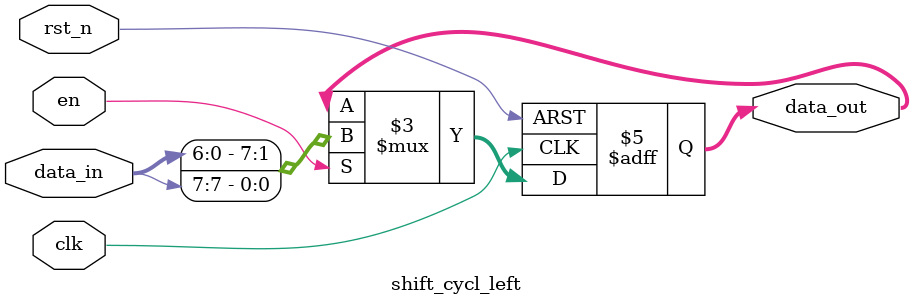
<source format=sv>
module shift_cycl_left #(parameter WIDTH=8) (
    input clk, rst_n, en,
    input [WIDTH-1:0] data_in,
    output reg [WIDTH-1:0] data_out
);
always @(posedge clk or negedge rst_n) begin
    if (!rst_n) data_out <= 0;
    else if (en) data_out <= {data_in[WIDTH-2:0], data_in[WIDTH-1]};
end
endmodule

</source>
